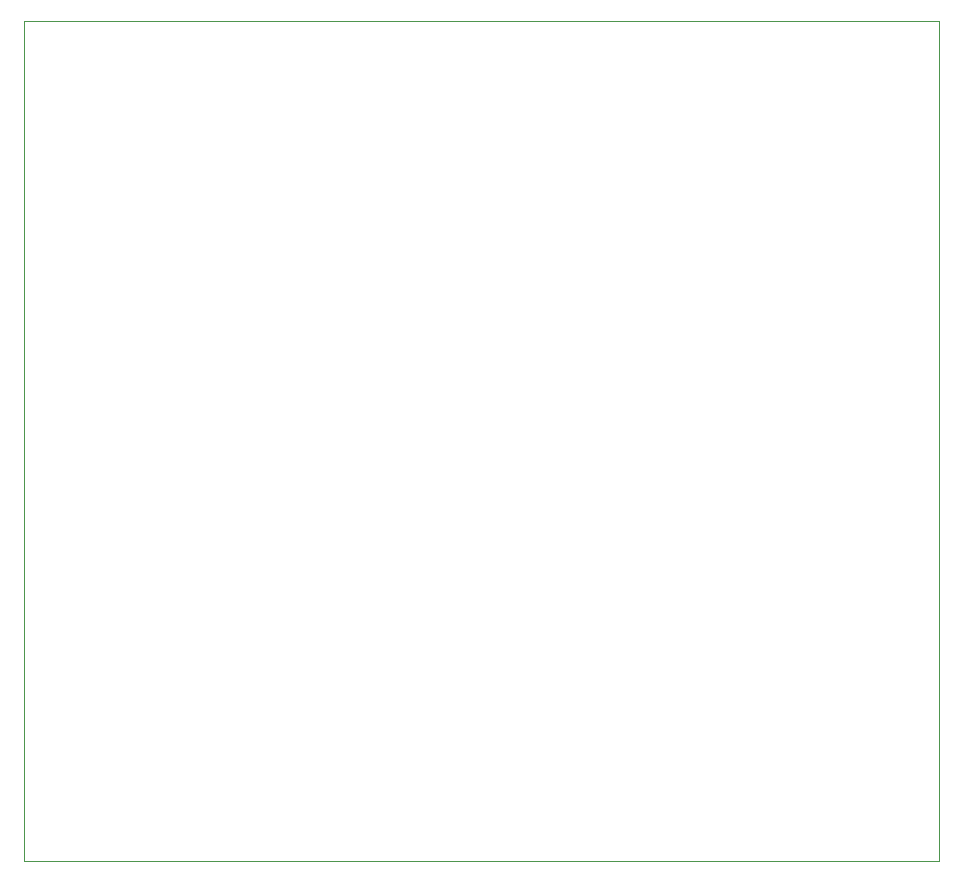
<source format=gbr>
%TF.GenerationSoftware,KiCad,Pcbnew,(6.0.2)*%
%TF.CreationDate,2022-03-20T03:32:58-07:00*%
%TF.ProjectId,ChargerPOC,43686172-6765-4725-904f-432e6b696361,rev?*%
%TF.SameCoordinates,Original*%
%TF.FileFunction,Profile,NP*%
%FSLAX46Y46*%
G04 Gerber Fmt 4.6, Leading zero omitted, Abs format (unit mm)*
G04 Created by KiCad (PCBNEW (6.0.2)) date 2022-03-20 03:32:58*
%MOMM*%
%LPD*%
G01*
G04 APERTURE LIST*
%TA.AperFunction,Profile*%
%ADD10C,0.100000*%
%TD*%
G04 APERTURE END LIST*
D10*
X100330000Y-130810000D02*
X22860000Y-130810000D01*
X22860000Y-130810000D02*
X22860000Y-59690000D01*
X22860000Y-59690000D02*
X100330000Y-59690000D01*
X100330000Y-59690000D02*
X100330000Y-130810000D01*
M02*

</source>
